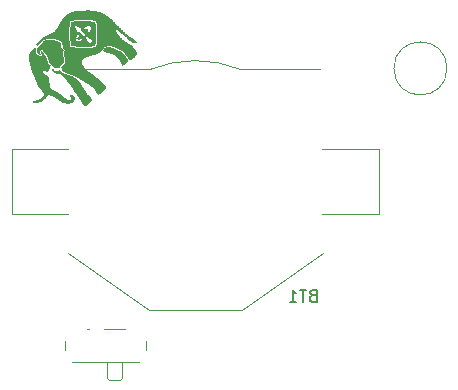
<source format=gbr>
%TF.GenerationSoftware,KiCad,Pcbnew,7.0.5-4d25ed1034~172~ubuntu22.04.1*%
%TF.CreationDate,2023-06-16T00:18:41+02:00*%
%TF.ProjectId,guitarra,67756974-6172-4726-912e-6b696361645f,rev?*%
%TF.SameCoordinates,Original*%
%TF.FileFunction,Legend,Bot*%
%TF.FilePolarity,Positive*%
%FSLAX46Y46*%
G04 Gerber Fmt 4.6, Leading zero omitted, Abs format (unit mm)*
G04 Created by KiCad (PCBNEW 7.0.5-4d25ed1034~172~ubuntu22.04.1) date 2023-06-16 00:18:41*
%MOMM*%
%LPD*%
G01*
G04 APERTURE LIST*
%ADD10C,0.150000*%
%ADD11C,0.120000*%
G04 APERTURE END LIST*
D10*
%TO.C,*%
%TO.C,BT1*%
X118775714Y-64971009D02*
X118632857Y-65018628D01*
X118632857Y-65018628D02*
X118585238Y-65066247D01*
X118585238Y-65066247D02*
X118537619Y-65161485D01*
X118537619Y-65161485D02*
X118537619Y-65304342D01*
X118537619Y-65304342D02*
X118585238Y-65399580D01*
X118585238Y-65399580D02*
X118632857Y-65447200D01*
X118632857Y-65447200D02*
X118728095Y-65494819D01*
X118728095Y-65494819D02*
X119109047Y-65494819D01*
X119109047Y-65494819D02*
X119109047Y-64494819D01*
X119109047Y-64494819D02*
X118775714Y-64494819D01*
X118775714Y-64494819D02*
X118680476Y-64542438D01*
X118680476Y-64542438D02*
X118632857Y-64590057D01*
X118632857Y-64590057D02*
X118585238Y-64685295D01*
X118585238Y-64685295D02*
X118585238Y-64780533D01*
X118585238Y-64780533D02*
X118632857Y-64875771D01*
X118632857Y-64875771D02*
X118680476Y-64923390D01*
X118680476Y-64923390D02*
X118775714Y-64971009D01*
X118775714Y-64971009D02*
X119109047Y-64971009D01*
X118251904Y-64494819D02*
X117680476Y-64494819D01*
X117966190Y-65494819D02*
X117966190Y-64494819D01*
X116823333Y-65494819D02*
X117394761Y-65494819D01*
X117109047Y-65494819D02*
X117109047Y-64494819D01*
X117109047Y-64494819D02*
X117204285Y-64637676D01*
X117204285Y-64637676D02*
X117299523Y-64732914D01*
X117299523Y-64732914D02*
X117394761Y-64780533D01*
%TO.C,*%
G36*
X101538046Y-43952996D02*
G01*
X101588873Y-43956269D01*
X101642767Y-43962073D01*
X101692483Y-43969750D01*
X101734579Y-43978779D01*
X101788279Y-43992595D01*
X101845708Y-44009222D01*
X101902905Y-44027397D01*
X101955911Y-44045855D01*
X102000765Y-44063332D01*
X102033507Y-44078566D01*
X102037172Y-44080492D01*
X102059602Y-44091438D01*
X102090274Y-44105621D01*
X102123668Y-44120477D01*
X102164273Y-44138498D01*
X102220261Y-44164269D01*
X102274431Y-44190140D01*
X102322328Y-44213972D01*
X102359493Y-44233626D01*
X102371082Y-44239908D01*
X102400598Y-44254889D01*
X102425622Y-44266372D01*
X102440918Y-44273294D01*
X102469531Y-44287595D01*
X102499004Y-44303500D01*
X102519808Y-44315040D01*
X102545601Y-44328857D01*
X102563594Y-44337920D01*
X102606039Y-44361561D01*
X102657176Y-44397470D01*
X102711160Y-44441771D01*
X102764710Y-44491761D01*
X102814541Y-44544734D01*
X102836740Y-44570445D01*
X102866034Y-44605900D01*
X102893744Y-44641761D01*
X102921843Y-44680793D01*
X102952297Y-44725756D01*
X102987077Y-44779417D01*
X103028151Y-44844538D01*
X103049302Y-44878057D01*
X103080561Y-44925960D01*
X103108367Y-44966059D01*
X103135548Y-45002512D01*
X103147589Y-45019705D01*
X103159048Y-45040961D01*
X103162409Y-45055014D01*
X103157052Y-45077768D01*
X103141074Y-45117249D01*
X103115140Y-45158407D01*
X103077249Y-45204761D01*
X103061262Y-45223106D01*
X103039040Y-45249902D01*
X103022468Y-45271503D01*
X103014285Y-45284446D01*
X103013964Y-45285189D01*
X103002234Y-45301722D01*
X102984301Y-45318441D01*
X102971569Y-45328457D01*
X102948047Y-45347558D01*
X102918596Y-45371850D01*
X102886787Y-45398408D01*
X102859594Y-45420700D01*
X102822340Y-45448446D01*
X102788729Y-45469111D01*
X102754111Y-45485751D01*
X102734484Y-45493568D01*
X102695289Y-45503874D01*
X102664829Y-45501778D01*
X102641107Y-45486273D01*
X102622120Y-45456350D01*
X102605869Y-45411002D01*
X102595376Y-45375064D01*
X102578843Y-45319567D01*
X102564925Y-45275767D01*
X102552402Y-45240987D01*
X102540053Y-45212553D01*
X102526657Y-45187788D01*
X102510993Y-45164015D01*
X102491841Y-45138560D01*
X102467981Y-45108747D01*
X102439115Y-45073076D01*
X102403444Y-45028966D01*
X102368973Y-44986315D01*
X102340281Y-44950785D01*
X102324992Y-44932238D01*
X102284836Y-44886265D01*
X102240722Y-44838837D01*
X102195501Y-44792812D01*
X102152021Y-44751047D01*
X102113138Y-44716398D01*
X102081700Y-44691721D01*
X102027160Y-44654350D01*
X101980060Y-44624094D01*
X101944215Y-44603692D01*
X101918955Y-44592737D01*
X101893530Y-44582311D01*
X101867919Y-44568161D01*
X101849650Y-44558924D01*
X101817816Y-44546098D01*
X101775317Y-44530671D01*
X101724773Y-44513450D01*
X101668801Y-44495239D01*
X101610020Y-44476842D01*
X101551050Y-44459063D01*
X101494510Y-44442706D01*
X101443017Y-44428575D01*
X101399192Y-44417476D01*
X101365653Y-44410211D01*
X101345019Y-44407586D01*
X101333532Y-44405807D01*
X101313837Y-44398055D01*
X101303019Y-44392572D01*
X101279323Y-44381912D01*
X101251465Y-44370344D01*
X101239512Y-44365574D01*
X101194292Y-44347147D01*
X101160690Y-44332375D01*
X101135606Y-44319535D01*
X101115939Y-44306906D01*
X101098588Y-44292766D01*
X101080451Y-44275394D01*
X101079471Y-44274411D01*
X101056004Y-44249034D01*
X101043481Y-44230310D01*
X101039777Y-44215093D01*
X101043280Y-44191877D01*
X101054886Y-44158595D01*
X101071607Y-44125966D01*
X101090305Y-44101072D01*
X101092778Y-44098698D01*
X101113836Y-44081602D01*
X101143157Y-44060730D01*
X101175486Y-44039548D01*
X101205566Y-44021526D01*
X101228141Y-44010130D01*
X101239653Y-44005051D01*
X101261070Y-43994189D01*
X101283797Y-43985293D01*
X101319128Y-43976221D01*
X101362911Y-43967735D01*
X101411137Y-43960520D01*
X101459797Y-43955260D01*
X101504881Y-43952636D01*
X101538046Y-43952996D01*
G37*
G36*
X96569799Y-43331084D02*
G01*
X96627417Y-43333443D01*
X96676439Y-43337366D01*
X96712976Y-43342859D01*
X96732752Y-43346868D01*
X96765988Y-43352653D01*
X96792547Y-43356190D01*
X96809903Y-43357846D01*
X96869949Y-43364126D01*
X96919548Y-43370651D01*
X96963478Y-43378352D01*
X97006512Y-43388157D01*
X97053424Y-43400997D01*
X97108992Y-43417800D01*
X97154129Y-43432484D01*
X97244794Y-43467067D01*
X97319248Y-43503432D01*
X97377452Y-43541555D01*
X97419371Y-43581413D01*
X97444963Y-43622982D01*
X97448603Y-43636296D01*
X97452853Y-43665287D01*
X97455825Y-43702350D01*
X97457030Y-43742650D01*
X97457359Y-43781129D01*
X97459215Y-43835703D01*
X97463791Y-43879161D01*
X97472350Y-43914856D01*
X97486157Y-43946145D01*
X97506473Y-43976381D01*
X97534562Y-44008918D01*
X97571689Y-44047109D01*
X97583183Y-44058756D01*
X97628142Y-44107986D01*
X97659816Y-44150034D01*
X97678896Y-44185926D01*
X97686075Y-44216688D01*
X97685577Y-44228138D01*
X97678205Y-44260192D01*
X97663691Y-44298042D01*
X97643831Y-44336600D01*
X97633638Y-44362296D01*
X97625927Y-44401115D01*
X97622249Y-44445893D01*
X97623017Y-44491309D01*
X97628646Y-44532042D01*
X97629637Y-44536318D01*
X97636777Y-44564036D01*
X97647692Y-44603579D01*
X97661468Y-44651779D01*
X97677187Y-44705466D01*
X97693936Y-44761471D01*
X97710801Y-44816627D01*
X97717301Y-44839308D01*
X97724054Y-44867631D01*
X97727189Y-44887482D01*
X97727429Y-44890662D01*
X97730953Y-44915105D01*
X97736726Y-44942235D01*
X97739379Y-44958353D01*
X97741874Y-44990769D01*
X97743174Y-45031312D01*
X97743286Y-45075249D01*
X97742212Y-45117847D01*
X97739956Y-45154372D01*
X97736523Y-45180090D01*
X97729087Y-45200097D01*
X97711261Y-45231529D01*
X97686472Y-45267434D01*
X97657583Y-45304204D01*
X97627456Y-45338237D01*
X97598954Y-45365926D01*
X97574935Y-45383663D01*
X97561350Y-45392584D01*
X97536527Y-45411451D01*
X97506545Y-45436054D01*
X97475218Y-45463342D01*
X97440528Y-45495458D01*
X97410974Y-45526212D01*
X97392232Y-45551730D01*
X97382959Y-45574419D01*
X97381818Y-45596686D01*
X97387466Y-45620939D01*
X97390794Y-45631352D01*
X97397570Y-45654974D01*
X97400933Y-45670459D01*
X97401195Y-45674586D01*
X97399277Y-45684158D01*
X97392261Y-45691699D01*
X97378526Y-45697453D01*
X97356448Y-45701663D01*
X97324407Y-45704577D01*
X97280782Y-45706437D01*
X97223953Y-45707489D01*
X97152297Y-45707976D01*
X96925820Y-45708793D01*
X96844370Y-45611676D01*
X96837035Y-45602943D01*
X96809105Y-45570057D01*
X96783722Y-45541067D01*
X96758788Y-45513830D01*
X96732203Y-45486203D01*
X96701871Y-45456045D01*
X96665694Y-45421214D01*
X96621569Y-45379567D01*
X96567403Y-45328963D01*
X96532135Y-45296002D01*
X96504538Y-45269623D01*
X96485108Y-45249767D01*
X96471838Y-45234039D01*
X96462717Y-45220043D01*
X96455735Y-45205382D01*
X96448883Y-45187662D01*
X96441987Y-45167229D01*
X96432430Y-45132124D01*
X96426787Y-45102306D01*
X96426499Y-45099993D01*
X96421878Y-45071720D01*
X96414666Y-45035562D01*
X96406294Y-44998749D01*
X96404239Y-44990103D01*
X96397748Y-44958931D01*
X96393970Y-44934202D01*
X96393670Y-44920644D01*
X96394417Y-44914251D01*
X96389951Y-44900925D01*
X96388045Y-44898382D01*
X96380603Y-44882721D01*
X96372698Y-44860141D01*
X96367415Y-44845178D01*
X96353992Y-44814335D01*
X96338389Y-44784112D01*
X96328363Y-44766484D01*
X96312179Y-44737902D01*
X96299680Y-44715676D01*
X96297171Y-44711240D01*
X96280804Y-44683619D01*
X96258467Y-44647289D01*
X96232717Y-44606366D01*
X96206106Y-44564969D01*
X96196026Y-44549712D01*
X96156969Y-44494176D01*
X96113981Y-44437711D01*
X96068924Y-44382405D01*
X96023660Y-44330352D01*
X95980051Y-44283639D01*
X95939959Y-44244357D01*
X95905247Y-44214598D01*
X95877777Y-44196450D01*
X95836326Y-44182727D01*
X95798085Y-44183833D01*
X95764711Y-44198787D01*
X95737400Y-44226374D01*
X95717350Y-44265382D01*
X95705757Y-44314595D01*
X95703820Y-44372801D01*
X95705166Y-44389428D01*
X95716397Y-44450029D01*
X95736035Y-44510712D01*
X95761631Y-44563400D01*
X95764695Y-44568768D01*
X95776315Y-44595056D01*
X95782256Y-44618386D01*
X95782859Y-44634141D01*
X95777209Y-44643886D01*
X95760183Y-44650285D01*
X95737803Y-44654614D01*
X95700655Y-44652009D01*
X95661872Y-44636591D01*
X95619806Y-44607604D01*
X95572813Y-44564292D01*
X95536753Y-44525405D01*
X95495514Y-44473624D01*
X95463795Y-44424389D01*
X95442976Y-44379911D01*
X95434432Y-44342398D01*
X95433956Y-44336908D01*
X95430095Y-44311878D01*
X95424092Y-44284088D01*
X95422480Y-44274790D01*
X95421977Y-44242621D01*
X95425943Y-44202173D01*
X95433554Y-44158593D01*
X95443982Y-44117028D01*
X95456404Y-44082627D01*
X95457061Y-44081171D01*
X95467454Y-44057758D01*
X95475576Y-44038895D01*
X95477654Y-44034051D01*
X95489122Y-44011702D01*
X95504527Y-43989044D01*
X95525664Y-43964098D01*
X95554323Y-43934883D01*
X95592298Y-43899419D01*
X95641379Y-43855727D01*
X95645092Y-43852448D01*
X95673304Y-43825860D01*
X95700462Y-43796715D01*
X95728403Y-43762666D01*
X95758961Y-43721361D01*
X95793974Y-43670453D01*
X95835277Y-43607591D01*
X95845535Y-43592923D01*
X95874900Y-43557371D01*
X95909908Y-43520871D01*
X95945681Y-43488331D01*
X95977342Y-43464660D01*
X96064207Y-43416873D01*
X96170894Y-43373519D01*
X96280945Y-43343870D01*
X96288874Y-43342404D01*
X96331139Y-43337088D01*
X96384254Y-43333288D01*
X96444327Y-43331015D01*
X96507472Y-43330277D01*
X96569799Y-43331084D01*
G37*
G36*
X96880601Y-45856874D02*
G01*
X96998765Y-45975038D01*
X97059231Y-45987796D01*
X97081414Y-45992012D01*
X97142317Y-45998001D01*
X97193352Y-45994041D01*
X97232848Y-45980203D01*
X97243464Y-45973668D01*
X97271258Y-45952400D01*
X97297086Y-45927668D01*
X97316962Y-45903543D01*
X97326899Y-45884103D01*
X97328581Y-45878093D01*
X97337210Y-45865951D01*
X97356060Y-45858249D01*
X97376792Y-45855649D01*
X97392551Y-45859199D01*
X97397681Y-45865497D01*
X97408542Y-45884951D01*
X97422118Y-45913582D01*
X97436614Y-45947778D01*
X97442142Y-45961411D01*
X97457381Y-45996485D01*
X97470351Y-46020824D01*
X97483253Y-46038154D01*
X97498292Y-46052207D01*
X97502135Y-46055300D01*
X97533777Y-46078623D01*
X97567551Y-46099109D01*
X97606910Y-46118477D01*
X97655308Y-46138448D01*
X97716199Y-46160741D01*
X97731855Y-46166281D01*
X97774974Y-46181852D01*
X97813763Y-46196283D01*
X97844483Y-46208171D01*
X97863390Y-46216107D01*
X97867936Y-46218106D01*
X97889809Y-46226826D01*
X97923433Y-46239550D01*
X97966045Y-46255255D01*
X98014877Y-46272916D01*
X98067166Y-46291511D01*
X98070160Y-46292567D01*
X98150114Y-46320774D01*
X98216215Y-46344134D01*
X98270082Y-46363234D01*
X98313327Y-46378659D01*
X98347566Y-46390996D01*
X98374413Y-46400829D01*
X98395483Y-46408747D01*
X98412391Y-46415333D01*
X98426752Y-46421174D01*
X98440180Y-46426856D01*
X98444057Y-46428525D01*
X98493851Y-46450927D01*
X98538185Y-46473217D01*
X98581634Y-46497991D01*
X98628775Y-46527848D01*
X98684182Y-46565387D01*
X98703346Y-46579530D01*
X98739763Y-46609381D01*
X98782243Y-46646862D01*
X98828735Y-46689922D01*
X98877189Y-46736512D01*
X98925555Y-46784582D01*
X98971780Y-46832082D01*
X99013816Y-46876960D01*
X99049612Y-46917170D01*
X99077117Y-46950659D01*
X99094280Y-46975378D01*
X99106152Y-46995423D01*
X99123993Y-47024674D01*
X99142788Y-47054827D01*
X99173145Y-47102985D01*
X99196410Y-47140090D01*
X99213737Y-47168030D01*
X99226578Y-47189173D01*
X99236391Y-47205885D01*
X99244627Y-47220534D01*
X99244706Y-47220677D01*
X99257927Y-47242877D01*
X99276621Y-47272138D01*
X99296768Y-47302166D01*
X99317309Y-47332236D01*
X99337577Y-47362401D01*
X99352861Y-47385663D01*
X99361800Y-47399686D01*
X99371426Y-47415090D01*
X99383257Y-47434366D01*
X99398853Y-47460075D01*
X99419775Y-47494778D01*
X99447586Y-47541036D01*
X99458070Y-47558142D01*
X99476000Y-47586716D01*
X99494737Y-47616025D01*
X99509285Y-47638758D01*
X99527743Y-47668159D01*
X99541777Y-47691127D01*
X99545117Y-47696720D01*
X99568130Y-47734412D01*
X99595250Y-47777822D01*
X99622309Y-47820329D01*
X99645139Y-47855311D01*
X99654618Y-47868002D01*
X99675180Y-47892792D01*
X99702900Y-47924524D01*
X99735368Y-47960452D01*
X99770171Y-47997826D01*
X99806949Y-48036394D01*
X99837293Y-48067229D01*
X99861161Y-48089913D01*
X99880878Y-48106539D01*
X99898776Y-48119203D01*
X99917181Y-48129995D01*
X99943111Y-48146256D01*
X99987389Y-48180747D01*
X100040549Y-48228651D01*
X100118688Y-48302742D01*
X100116390Y-48348037D01*
X100114677Y-48365396D01*
X100108591Y-48393968D01*
X100100219Y-48414139D01*
X100091071Y-48431047D01*
X100088280Y-48443145D01*
X100088340Y-48444562D01*
X100082553Y-48456900D01*
X100069327Y-48473388D01*
X100068354Y-48474424D01*
X100051271Y-48495295D01*
X100038774Y-48514851D01*
X100035330Y-48520022D01*
X100020017Y-48537802D01*
X99994421Y-48564699D01*
X99959827Y-48599463D01*
X99917517Y-48640847D01*
X99868777Y-48687600D01*
X99814891Y-48738472D01*
X99757143Y-48792215D01*
X99696817Y-48847577D01*
X99693953Y-48850185D01*
X99650150Y-48889461D01*
X99615605Y-48918574D01*
X99587984Y-48938821D01*
X99564954Y-48951503D01*
X99544182Y-48957919D01*
X99523336Y-48959368D01*
X99500082Y-48957150D01*
X99495210Y-48956422D01*
X99472488Y-48951619D01*
X99452790Y-48943629D01*
X99432600Y-48930198D01*
X99408404Y-48909074D01*
X99376687Y-48878001D01*
X99359862Y-48860405D01*
X99322268Y-48812951D01*
X99293503Y-48761070D01*
X99270018Y-48698796D01*
X99266350Y-48689892D01*
X99255991Y-48674296D01*
X99249462Y-48665610D01*
X99236899Y-48645112D01*
X99222283Y-48618884D01*
X99208450Y-48592057D01*
X99198235Y-48569762D01*
X99190038Y-48553567D01*
X99176947Y-48532888D01*
X99168592Y-48520428D01*
X99153191Y-48495764D01*
X99136885Y-48468257D01*
X99135058Y-48465113D01*
X99116614Y-48435062D01*
X99093637Y-48399623D01*
X99070660Y-48365811D01*
X99066757Y-48360232D01*
X99044155Y-48327788D01*
X99022639Y-48296707D01*
X99006396Y-48273038D01*
X99002660Y-48267580D01*
X98984657Y-48241718D01*
X98962132Y-48209805D01*
X98939074Y-48177505D01*
X98932706Y-48168622D01*
X98909420Y-48135826D01*
X98887829Y-48104998D01*
X98871912Y-48081813D01*
X98838292Y-48031758D01*
X98807854Y-47986245D01*
X98784401Y-47950906D01*
X98766728Y-47923920D01*
X98753628Y-47903469D01*
X98751350Y-47899899D01*
X98735217Y-47875717D01*
X98714074Y-47845171D01*
X98691880Y-47813995D01*
X98687117Y-47807365D01*
X98665594Y-47776405D01*
X98646626Y-47747660D01*
X98633855Y-47726614D01*
X98622256Y-47706579D01*
X98599090Y-47669098D01*
X98568625Y-47621752D01*
X98532159Y-47566581D01*
X98518687Y-47546034D01*
X98499307Y-47515830D01*
X98479907Y-47485060D01*
X98476378Y-47479409D01*
X98450257Y-47438141D01*
X98425663Y-47400578D01*
X98398832Y-47361069D01*
X98366006Y-47313965D01*
X98362123Y-47308426D01*
X98339569Y-47275917D01*
X98318213Y-47244652D01*
X98302218Y-47220715D01*
X98277935Y-47184578D01*
X98245670Y-47138386D01*
X98211341Y-47090679D01*
X98178624Y-47046559D01*
X98151195Y-47011132D01*
X98137360Y-46993752D01*
X98108337Y-46956856D01*
X98074071Y-46912923D01*
X98037486Y-46865728D01*
X98001507Y-46819049D01*
X97969057Y-46776660D01*
X97943059Y-46742337D01*
X97941976Y-46740921D01*
X97927034Y-46723238D01*
X97902221Y-46695665D01*
X97869048Y-46659809D01*
X97829026Y-46617276D01*
X97783666Y-46569675D01*
X97734479Y-46518613D01*
X97682976Y-46465697D01*
X97663221Y-46445515D01*
X97608588Y-46389848D01*
X97563773Y-46344504D01*
X97527563Y-46308334D01*
X97498745Y-46280190D01*
X97476104Y-46258922D01*
X97458426Y-46243380D01*
X97444497Y-46232417D01*
X97433105Y-46224881D01*
X97423035Y-46219628D01*
X97392341Y-46205730D01*
X97363912Y-46193647D01*
X97343117Y-46186310D01*
X97325970Y-46182355D01*
X97308481Y-46180415D01*
X97298499Y-46179687D01*
X97267350Y-46177423D01*
X97235270Y-46175098D01*
X97216745Y-46174512D01*
X97179331Y-46175864D01*
X97143387Y-46179661D01*
X97117615Y-46182085D01*
X97058853Y-46179141D01*
X96996914Y-46166405D01*
X96937711Y-46144877D01*
X96889607Y-46116617D01*
X96836157Y-46069596D01*
X96784273Y-46006695D01*
X96733702Y-45927646D01*
X96718886Y-45896496D01*
X96709804Y-45852019D01*
X96716767Y-45809712D01*
X96739814Y-45768520D01*
X96762437Y-45738710D01*
X96880601Y-45856874D01*
G37*
G36*
X99703310Y-41735021D02*
G01*
X99824707Y-41743581D01*
X99941251Y-41751799D01*
X100168347Y-41777576D01*
X100189358Y-41780560D01*
X100232957Y-41788048D01*
X100265542Y-41796627D01*
X100290993Y-41807841D01*
X100313189Y-41823234D01*
X100327089Y-41836098D01*
X100336008Y-41844352D01*
X100344362Y-41853039D01*
X100359558Y-41871600D01*
X100371770Y-41892201D01*
X100381686Y-41917236D01*
X100389993Y-41949101D01*
X100397378Y-41990190D01*
X100404528Y-42042901D01*
X100412132Y-42109627D01*
X100426989Y-42265045D01*
X100442230Y-42494033D01*
X100450057Y-42724550D01*
X100450416Y-42952569D01*
X100448259Y-43019334D01*
X100443258Y-43174064D01*
X100428531Y-43385007D01*
X100421160Y-43461573D01*
X100412705Y-43539339D01*
X100404106Y-43608832D01*
X100395599Y-43668421D01*
X100387418Y-43716477D01*
X100379796Y-43751372D01*
X100372968Y-43771478D01*
X100365476Y-43782858D01*
X100346947Y-43804587D01*
X100324502Y-43826400D01*
X100312949Y-43835811D01*
X100294965Y-43847377D01*
X100273449Y-43857079D01*
X100246255Y-43865435D01*
X100211238Y-43872966D01*
X100166253Y-43880189D01*
X100109154Y-43887624D01*
X100037799Y-43895791D01*
X99812834Y-43916208D01*
X99500108Y-43930541D01*
X99185831Y-43928829D01*
X98871146Y-43911085D01*
X98557193Y-43877322D01*
X98531756Y-43873881D01*
X98480252Y-43866049D01*
X98437630Y-43857091D01*
X98402848Y-43845481D01*
X98374867Y-43829694D01*
X98352645Y-43808205D01*
X98335139Y-43779488D01*
X98321308Y-43742018D01*
X98310114Y-43694271D01*
X98300512Y-43634720D01*
X98291461Y-43561840D01*
X98281922Y-43474106D01*
X98267076Y-43315617D01*
X98257623Y-43151263D01*
X98739080Y-43151263D01*
X98745896Y-43158600D01*
X98763366Y-43155112D01*
X98770140Y-43152768D01*
X98776857Y-43153453D01*
X98777658Y-43163318D01*
X98773697Y-43185799D01*
X98769220Y-43211591D01*
X98763763Y-43269012D01*
X98764798Y-43321220D01*
X98772362Y-43363278D01*
X98784505Y-43402862D01*
X98823359Y-43420241D01*
X98824420Y-43420711D01*
X98877425Y-43435189D01*
X98938547Y-43435902D01*
X99007109Y-43422976D01*
X99082434Y-43396537D01*
X99163846Y-43356711D01*
X99183526Y-43345635D01*
X99274983Y-43289111D01*
X99366502Y-43224994D01*
X99450779Y-43158335D01*
X99455418Y-43154267D01*
X99524772Y-43154267D01*
X99525067Y-43155271D01*
X99532831Y-43166572D01*
X99550109Y-43187970D01*
X99575505Y-43217894D01*
X99607633Y-43254771D01*
X99645099Y-43297029D01*
X99686514Y-43343100D01*
X99730485Y-43391408D01*
X99775623Y-43440383D01*
X99820535Y-43488453D01*
X99942800Y-43618324D01*
X99965649Y-43601541D01*
X99972814Y-43596104D01*
X99998168Y-43575253D01*
X100027242Y-43549691D01*
X100055921Y-43523193D01*
X100080080Y-43499531D01*
X100095604Y-43482481D01*
X100096166Y-43481768D01*
X100111219Y-43462864D01*
X100120694Y-43448703D01*
X100123652Y-43436489D01*
X100119156Y-43423424D01*
X100106264Y-43406710D01*
X100084043Y-43383550D01*
X100051550Y-43351146D01*
X100044690Y-43344324D01*
X100011416Y-43311924D01*
X99969953Y-43272354D01*
X99923521Y-43228648D01*
X99875340Y-43183843D01*
X99828632Y-43140976D01*
X99786028Y-43102344D01*
X99748901Y-43069202D01*
X99720830Y-43044983D01*
X99700273Y-43028451D01*
X99685690Y-43018374D01*
X99675541Y-43013521D01*
X99668287Y-43012658D01*
X99659628Y-43015633D01*
X99643216Y-43027151D01*
X99619863Y-43048601D01*
X99587887Y-43081426D01*
X99565802Y-43105179D01*
X99544535Y-43128961D01*
X99530093Y-43146208D01*
X99524772Y-43154267D01*
X99455418Y-43154267D01*
X99511004Y-43105527D01*
X99611633Y-43008583D01*
X99703675Y-42908530D01*
X99785381Y-42807454D01*
X99854996Y-42707441D01*
X99910767Y-42610578D01*
X99930440Y-42569949D01*
X99962119Y-42491436D01*
X99983034Y-42418506D01*
X99993152Y-42352269D01*
X99992435Y-42293838D01*
X99980846Y-42244323D01*
X99958351Y-42204836D01*
X99924914Y-42176488D01*
X99904247Y-42166896D01*
X99855259Y-42156333D01*
X99796764Y-42156640D01*
X99730358Y-42167501D01*
X99657641Y-42188604D01*
X99580210Y-42219630D01*
X99499664Y-42260267D01*
X99438642Y-42294183D01*
X99418706Y-42394509D01*
X99418158Y-42397283D01*
X99411337Y-42435997D01*
X99406992Y-42468822D01*
X99405487Y-42492370D01*
X99407178Y-42503245D01*
X99407207Y-42503273D01*
X99419284Y-42503934D01*
X99443937Y-42495275D01*
X99480382Y-42477573D01*
X99487113Y-42474079D01*
X99534150Y-42451887D01*
X99582247Y-42432517D01*
X99627556Y-42417284D01*
X99666231Y-42407502D01*
X99694421Y-42404484D01*
X99732216Y-42411223D01*
X99762935Y-42429849D01*
X99782418Y-42459428D01*
X99790349Y-42499127D01*
X99786414Y-42548114D01*
X99770298Y-42605553D01*
X99765889Y-42617201D01*
X99734258Y-42685230D01*
X99691445Y-42758730D01*
X99639682Y-42834779D01*
X99581197Y-42910462D01*
X99518222Y-42982858D01*
X99452987Y-43049053D01*
X99387722Y-43106125D01*
X99375178Y-43116067D01*
X99295333Y-43175755D01*
X99219362Y-43226416D01*
X99148208Y-43267695D01*
X99082812Y-43299241D01*
X99024114Y-43320698D01*
X98973057Y-43331713D01*
X98930581Y-43331935D01*
X98897629Y-43321008D01*
X98875140Y-43298580D01*
X98873799Y-43296186D01*
X98864992Y-43267438D01*
X98861824Y-43228820D01*
X98864374Y-43185382D01*
X98872722Y-43142170D01*
X98878598Y-43121572D01*
X98885911Y-43102704D01*
X98896184Y-43087283D01*
X98912668Y-43070678D01*
X98938611Y-43048257D01*
X98991009Y-43003917D01*
X98972109Y-42960524D01*
X98966463Y-42947854D01*
X98949943Y-42913741D01*
X98934431Y-42885560D01*
X98921710Y-42866394D01*
X98913561Y-42859320D01*
X98908425Y-42864299D01*
X98895950Y-42881055D01*
X98878031Y-42907193D01*
X98856304Y-42940189D01*
X98832404Y-42977515D01*
X98807967Y-43016647D01*
X98784629Y-43055060D01*
X98764026Y-43090225D01*
X98757426Y-43102066D01*
X98742921Y-43132590D01*
X98739080Y-43151263D01*
X98257623Y-43151263D01*
X98249972Y-43018233D01*
X98247235Y-42721554D01*
X98258872Y-42422689D01*
X98284888Y-42118739D01*
X98287605Y-42094228D01*
X98613851Y-42094228D01*
X98616878Y-42107095D01*
X98626298Y-42132135D01*
X98629713Y-42140554D01*
X98642376Y-42169348D01*
X98660093Y-42207525D01*
X98681846Y-42253068D01*
X98706617Y-42303963D01*
X98733392Y-42358192D01*
X98761152Y-42413738D01*
X98788879Y-42468584D01*
X98815557Y-42520715D01*
X98840169Y-42568115D01*
X98861698Y-42608765D01*
X98879127Y-42640650D01*
X98891437Y-42661753D01*
X98897613Y-42670058D01*
X98901999Y-42671030D01*
X98913160Y-42667243D01*
X98929821Y-42654421D01*
X98954543Y-42630803D01*
X98999244Y-42586102D01*
X99075371Y-42669922D01*
X99080989Y-42676094D01*
X99112304Y-42710192D01*
X99151218Y-42752192D01*
X99194667Y-42798811D01*
X99239594Y-42846762D01*
X99282936Y-42892757D01*
X99414374Y-43031775D01*
X99431892Y-43014257D01*
X99441550Y-43005024D01*
X99462726Y-42985828D01*
X99486434Y-42965170D01*
X99501637Y-42951167D01*
X99522819Y-42928194D01*
X99536559Y-42908896D01*
X99541193Y-42899640D01*
X99544247Y-42886553D01*
X99538432Y-42874261D01*
X99522100Y-42856829D01*
X99518858Y-42853640D01*
X99497794Y-42833479D01*
X99467338Y-42804887D01*
X99429786Y-42769973D01*
X99387439Y-42730847D01*
X99342596Y-42689618D01*
X99297552Y-42648396D01*
X99254610Y-42609290D01*
X99216065Y-42574410D01*
X99184217Y-42545866D01*
X99161365Y-42525765D01*
X99106724Y-42478623D01*
X99154054Y-42431292D01*
X99169038Y-42416001D01*
X99187468Y-42395169D01*
X99195940Y-42381338D01*
X99196128Y-42372161D01*
X99188201Y-42365775D01*
X99167196Y-42353204D01*
X99135180Y-42335611D01*
X99094157Y-42313986D01*
X99046133Y-42289315D01*
X98993111Y-42262585D01*
X98937096Y-42234784D01*
X98880092Y-42206900D01*
X98824104Y-42179917D01*
X98771136Y-42154826D01*
X98723193Y-42132613D01*
X98682278Y-42114265D01*
X98650397Y-42100769D01*
X98629554Y-42093112D01*
X98628004Y-42092648D01*
X98617473Y-42090443D01*
X98613851Y-42094228D01*
X98287605Y-42094228D01*
X98289651Y-42075764D01*
X98297116Y-42014999D01*
X98304367Y-41967110D01*
X98311993Y-41929880D01*
X98320584Y-41901089D01*
X98330728Y-41878518D01*
X98343015Y-41859948D01*
X98358032Y-41843161D01*
X98361457Y-41839787D01*
X98381000Y-41823191D01*
X98403191Y-41809657D01*
X98430325Y-41798536D01*
X98464703Y-41789180D01*
X98508618Y-41780939D01*
X98564370Y-41773169D01*
X98634254Y-41765218D01*
X98701989Y-41758374D01*
X98953867Y-41738918D01*
X99206675Y-41728557D01*
X99457471Y-41727266D01*
X99703310Y-41735021D01*
G37*
G36*
X95301928Y-44030059D02*
G01*
X95310987Y-44033495D01*
X95325351Y-44041664D01*
X95336423Y-44054892D01*
X95349118Y-44078196D01*
X95349391Y-44078741D01*
X95357226Y-44097973D01*
X95362916Y-44121500D01*
X95366852Y-44152359D01*
X95369425Y-44193584D01*
X95371028Y-44248214D01*
X95371594Y-44271009D01*
X95373488Y-44319896D01*
X95376087Y-44364988D01*
X95379123Y-44402066D01*
X95382328Y-44426913D01*
X95390992Y-44473785D01*
X95467724Y-44544849D01*
X95498701Y-44573103D01*
X95539112Y-44607870D01*
X95575480Y-44635821D01*
X95612062Y-44660153D01*
X95653119Y-44684065D01*
X95684777Y-44698752D01*
X95729370Y-44711106D01*
X95771719Y-44714163D01*
X95808160Y-44707768D01*
X95835026Y-44691766D01*
X95835062Y-44691730D01*
X95847027Y-44669365D01*
X95851962Y-44635902D01*
X95850039Y-44595026D01*
X95841430Y-44550422D01*
X95826308Y-44505773D01*
X95813108Y-44474284D01*
X95798477Y-44438279D01*
X95788559Y-44411546D01*
X95782215Y-44390641D01*
X95778307Y-44372117D01*
X95775699Y-44352530D01*
X95775001Y-44340753D01*
X95778266Y-44309581D01*
X95787544Y-44282016D01*
X95801030Y-44262336D01*
X95816919Y-44254816D01*
X95818443Y-44255004D01*
X95832604Y-44262802D01*
X95853801Y-44279953D01*
X95879170Y-44303562D01*
X95905849Y-44330733D01*
X95930972Y-44358569D01*
X95951677Y-44384175D01*
X95965099Y-44404656D01*
X95969524Y-44412935D01*
X95990633Y-44449498D01*
X96020882Y-44498686D01*
X96059924Y-44559929D01*
X96064635Y-44567072D01*
X96079236Y-44588131D01*
X96099996Y-44616911D01*
X96127892Y-44654737D01*
X96163894Y-44702936D01*
X96208977Y-44762830D01*
X96211953Y-44766915D01*
X96222526Y-44784644D01*
X96225783Y-44796148D01*
X96226672Y-44802838D01*
X96235466Y-44816236D01*
X96238084Y-44819379D01*
X96249001Y-44839264D01*
X96262319Y-44870994D01*
X96276974Y-44911354D01*
X96291900Y-44957130D01*
X96306036Y-45005107D01*
X96318318Y-45052073D01*
X96327679Y-45094812D01*
X96332130Y-45114314D01*
X96343914Y-45154962D01*
X96359692Y-45201527D01*
X96377642Y-45248418D01*
X96377922Y-45249100D01*
X96401313Y-45294224D01*
X96434299Y-45337249D01*
X96478931Y-45380460D01*
X96537261Y-45426140D01*
X96540954Y-45428909D01*
X96562964Y-45451956D01*
X96579870Y-45484836D01*
X96585112Y-45499165D01*
X96589547Y-45521399D01*
X96587341Y-45544686D01*
X96578380Y-45575975D01*
X96569258Y-45600954D01*
X96554320Y-45635546D01*
X96539901Y-45663164D01*
X96533784Y-45673673D01*
X96519675Y-45700978D01*
X96510175Y-45723590D01*
X96507725Y-45730572D01*
X96497438Y-45755778D01*
X96481551Y-45790433D01*
X96459287Y-45836191D01*
X96429871Y-45894707D01*
X96428126Y-45898143D01*
X96412261Y-45929370D01*
X96398072Y-45957300D01*
X96388446Y-45976249D01*
X96376385Y-45996219D01*
X96362198Y-46013979D01*
X96345499Y-46026863D01*
X96320154Y-46041227D01*
X96294371Y-46052275D01*
X96274923Y-46056694D01*
X96267455Y-46053875D01*
X96248034Y-46040346D01*
X96219582Y-46016580D01*
X96183408Y-45983623D01*
X96105636Y-45910551D01*
X96056902Y-45912535D01*
X96056073Y-45912569D01*
X96024795Y-45915613D01*
X96003567Y-45922891D01*
X95986250Y-45936481D01*
X95978714Y-45944754D01*
X95960050Y-45978853D01*
X95955967Y-46018813D01*
X95966482Y-46065187D01*
X95991612Y-46118528D01*
X95994482Y-46123208D01*
X96013892Y-46148231D01*
X96042373Y-46179043D01*
X96076532Y-46212437D01*
X96112981Y-46245206D01*
X96148331Y-46274141D01*
X96179194Y-46296035D01*
X96192197Y-46304268D01*
X96258839Y-46348186D01*
X96314913Y-46388210D01*
X96359363Y-46423513D01*
X96391135Y-46453266D01*
X96409175Y-46476640D01*
X96410502Y-46479070D01*
X96424009Y-46502802D01*
X96435822Y-46522155D01*
X96444258Y-46541114D01*
X96453739Y-46574636D01*
X96462877Y-46618273D01*
X96471071Y-46668722D01*
X96477719Y-46722682D01*
X96482220Y-46776847D01*
X96486401Y-46844769D01*
X96491434Y-46923019D01*
X96495905Y-46987617D01*
X96499953Y-47040161D01*
X96503709Y-47082248D01*
X96507307Y-47115470D01*
X96510883Y-47141425D01*
X96514570Y-47161710D01*
X96518990Y-47185883D01*
X96521358Y-47206984D01*
X96520455Y-47216896D01*
X96519815Y-47219914D01*
X96521167Y-47236030D01*
X96525551Y-47262376D01*
X96532386Y-47295116D01*
X96549057Y-47368596D01*
X96611344Y-47428451D01*
X96649463Y-47463177D01*
X96684850Y-47490376D01*
X96717008Y-47508905D01*
X96732672Y-47516452D01*
X96772175Y-47536051D01*
X96817738Y-47559207D01*
X96865196Y-47583755D01*
X96910385Y-47607531D01*
X96949141Y-47628373D01*
X96977299Y-47644118D01*
X96985669Y-47648999D01*
X97015183Y-47666572D01*
X97045104Y-47685109D01*
X97079831Y-47707371D01*
X97123762Y-47736121D01*
X97149775Y-47752844D01*
X97185061Y-47774657D01*
X97215475Y-47792591D01*
X97231147Y-47801728D01*
X97266225Y-47823359D01*
X97297747Y-47844092D01*
X97313169Y-47854643D01*
X97343438Y-47875009D01*
X97369227Y-47891976D01*
X97391425Y-47906911D01*
X97431665Y-47935737D01*
X97477820Y-47970294D01*
X97526008Y-48007612D01*
X97572347Y-48044718D01*
X97612961Y-48078642D01*
X97644869Y-48106059D01*
X97704491Y-48157152D01*
X97754181Y-48199402D01*
X97795638Y-48234127D01*
X97830562Y-48262644D01*
X97860650Y-48286268D01*
X97887602Y-48306317D01*
X97913116Y-48324109D01*
X97938893Y-48340959D01*
X97966629Y-48358185D01*
X97998026Y-48377103D01*
X98016508Y-48387498D01*
X98075044Y-48413310D01*
X98136136Y-48431057D01*
X98196018Y-48440082D01*
X98250925Y-48439728D01*
X98297096Y-48429338D01*
X98309917Y-48424252D01*
X98326065Y-48415532D01*
X98335706Y-48403359D01*
X98344773Y-48381815D01*
X98349593Y-48365229D01*
X98351415Y-48322287D01*
X98340563Y-48278528D01*
X98318047Y-48239328D01*
X98316592Y-48237522D01*
X98298312Y-48218697D01*
X98276114Y-48204734D01*
X98243870Y-48191698D01*
X98215013Y-48180303D01*
X98197751Y-48168391D01*
X98192156Y-48152841D01*
X98196993Y-48130065D01*
X98211022Y-48096475D01*
X98213858Y-48090376D01*
X98236689Y-48052137D01*
X98267267Y-48020165D01*
X98273220Y-48015130D01*
X98296249Y-47999113D01*
X98319530Y-47990333D01*
X98345894Y-47988933D01*
X98378171Y-47995055D01*
X98419192Y-48008839D01*
X98471786Y-48030429D01*
X98491848Y-48040199D01*
X98515469Y-48055580D01*
X98541700Y-48077546D01*
X98574497Y-48109127D01*
X98590910Y-48125591D01*
X98612636Y-48148277D01*
X98626620Y-48165648D01*
X98635369Y-48181746D01*
X98641395Y-48200614D01*
X98647204Y-48226294D01*
X98651628Y-48251048D01*
X98655824Y-48298306D01*
X98654952Y-48343314D01*
X98649221Y-48381542D01*
X98638838Y-48408460D01*
X98635861Y-48413392D01*
X98623389Y-48437828D01*
X98611852Y-48465025D01*
X98608964Y-48471995D01*
X98586604Y-48508751D01*
X98552713Y-48548127D01*
X98510390Y-48587203D01*
X98462728Y-48623061D01*
X98412822Y-48652779D01*
X98409979Y-48654233D01*
X98364405Y-48676091D01*
X98321210Y-48694306D01*
X98283401Y-48707798D01*
X98253980Y-48715488D01*
X98235952Y-48716298D01*
X98229605Y-48715463D01*
X98217131Y-48719145D01*
X98216835Y-48719421D01*
X98205457Y-48723969D01*
X98181364Y-48728232D01*
X98143313Y-48732382D01*
X98090057Y-48736590D01*
X98083140Y-48737044D01*
X98061972Y-48737819D01*
X98040803Y-48737196D01*
X98016411Y-48734793D01*
X97985571Y-48730229D01*
X97945062Y-48723122D01*
X97891660Y-48713091D01*
X97876423Y-48709905D01*
X97815375Y-48693082D01*
X97745551Y-48668687D01*
X97670557Y-48638250D01*
X97594000Y-48603301D01*
X97519483Y-48565369D01*
X97450615Y-48525984D01*
X97431550Y-48514348D01*
X97392673Y-48490702D01*
X97363041Y-48472843D01*
X97339265Y-48458736D01*
X97317959Y-48446348D01*
X97306848Y-48439676D01*
X97279986Y-48422423D01*
X97252826Y-48403880D01*
X97239311Y-48394470D01*
X97210589Y-48375246D01*
X97186314Y-48359884D01*
X97171740Y-48351056D01*
X97143274Y-48333629D01*
X97114206Y-48315668D01*
X97096143Y-48304734D01*
X97062369Y-48285314D01*
X97032617Y-48269298D01*
X97018939Y-48262235D01*
X96985033Y-48244210D01*
X96953094Y-48226682D01*
X96951006Y-48225512D01*
X96922106Y-48209511D01*
X96886563Y-48190076D01*
X96851586Y-48171150D01*
X96846217Y-48168259D01*
X96813426Y-48150386D01*
X96783308Y-48133657D01*
X96761789Y-48121357D01*
X96716854Y-48095484D01*
X96661746Y-48065737D01*
X96615387Y-48043167D01*
X96580105Y-48028957D01*
X96548050Y-48019707D01*
X96483446Y-48009389D01*
X96421971Y-48010192D01*
X96366196Y-48021715D01*
X96318694Y-48043559D01*
X96282036Y-48075326D01*
X96273538Y-48085940D01*
X96252073Y-48115241D01*
X96234560Y-48142212D01*
X96218092Y-48169626D01*
X96164723Y-48249962D01*
X96110069Y-48320107D01*
X96055744Y-48378103D01*
X96003365Y-48421995D01*
X95977186Y-48440975D01*
X95942002Y-48467140D01*
X95909543Y-48491877D01*
X95877202Y-48516748D01*
X95850089Y-48536476D01*
X95826689Y-48551223D01*
X95802224Y-48563680D01*
X95771916Y-48576543D01*
X95730987Y-48592501D01*
X95730763Y-48592586D01*
X95701061Y-48603160D01*
X95664656Y-48614873D01*
X95624742Y-48626852D01*
X95584518Y-48638219D01*
X95547180Y-48648098D01*
X95515927Y-48655613D01*
X95493954Y-48659889D01*
X95484459Y-48660048D01*
X95480199Y-48659087D01*
X95463435Y-48660219D01*
X95439324Y-48664351D01*
X95388351Y-48674487D01*
X95330969Y-48683620D01*
X95282680Y-48687735D01*
X95239746Y-48686916D01*
X95198431Y-48681249D01*
X95154997Y-48670818D01*
X95126239Y-48658755D01*
X95101833Y-48637972D01*
X95089471Y-48612946D01*
X95090432Y-48586527D01*
X95105992Y-48561563D01*
X95122499Y-48547475D01*
X95154995Y-48527160D01*
X95189473Y-48512129D01*
X95219253Y-48505681D01*
X95228047Y-48504551D01*
X95252584Y-48499225D01*
X95285358Y-48490612D01*
X95321739Y-48479880D01*
X95344821Y-48472763D01*
X95376349Y-48463282D01*
X95399932Y-48456487D01*
X95411699Y-48453515D01*
X95413603Y-48453188D01*
X95436543Y-48446412D01*
X95470195Y-48433440D01*
X95511262Y-48415820D01*
X95556449Y-48395102D01*
X95602456Y-48372834D01*
X95645988Y-48350565D01*
X95683749Y-48329846D01*
X95712440Y-48312222D01*
X95725168Y-48303572D01*
X95810343Y-48241666D01*
X95880225Y-48182811D01*
X95935411Y-48126222D01*
X95976500Y-48071113D01*
X96004088Y-48016699D01*
X96018775Y-47962197D01*
X96021156Y-47906821D01*
X96020725Y-47900548D01*
X96018083Y-47876325D01*
X96013223Y-47854082D01*
X96004977Y-47832104D01*
X95992183Y-47808679D01*
X95973674Y-47782095D01*
X95948286Y-47750637D01*
X95914852Y-47712593D01*
X95872209Y-47666252D01*
X95819192Y-47609899D01*
X95817911Y-47608544D01*
X95775416Y-47563208D01*
X95735685Y-47520070D01*
X95700445Y-47481063D01*
X95671424Y-47448122D01*
X95650347Y-47423176D01*
X95638942Y-47408161D01*
X95628363Y-47391338D01*
X95605707Y-47353811D01*
X95586842Y-47320558D01*
X95574466Y-47296266D01*
X95573051Y-47293238D01*
X95563009Y-47273728D01*
X95550235Y-47250702D01*
X95529481Y-47212549D01*
X95502097Y-47156752D01*
X95471514Y-47088914D01*
X95437181Y-47007809D01*
X95398549Y-46912211D01*
X95387426Y-46884330D01*
X95367857Y-46836056D01*
X95350416Y-46794007D01*
X95336066Y-46760456D01*
X95325772Y-46737680D01*
X95320496Y-46727953D01*
X95317640Y-46724495D01*
X95311684Y-46709298D01*
X95310091Y-46703414D01*
X95302633Y-46684424D01*
X95290506Y-46656758D01*
X95275298Y-46624125D01*
X95269802Y-46612453D01*
X95249053Y-46565879D01*
X95227965Y-46515429D01*
X95210350Y-46470143D01*
X95201506Y-46446575D01*
X95189637Y-46416461D01*
X95180339Y-46394673D01*
X95175093Y-46384796D01*
X95172522Y-46380615D01*
X95164543Y-46363362D01*
X95153377Y-46336518D01*
X95140597Y-46303772D01*
X95133089Y-46284440D01*
X95120450Y-46253952D01*
X95109981Y-46231197D01*
X95103399Y-46220043D01*
X95098247Y-46213282D01*
X95090144Y-46195508D01*
X95088131Y-46189501D01*
X95080262Y-46168956D01*
X95068468Y-46139817D01*
X95054444Y-46106317D01*
X95044892Y-46082797D01*
X95029631Y-46042529D01*
X95012320Y-45994618D01*
X94993924Y-45941952D01*
X94975405Y-45887417D01*
X94957727Y-45833897D01*
X94941854Y-45784280D01*
X94928749Y-45741452D01*
X94919376Y-45708299D01*
X94914697Y-45687706D01*
X94913646Y-45681690D01*
X94907831Y-45655762D01*
X94899062Y-45621837D01*
X94888792Y-45585654D01*
X94874659Y-45533958D01*
X94859544Y-45470642D01*
X94845588Y-45404659D01*
X94834078Y-45342119D01*
X94826300Y-45289135D01*
X94822220Y-45261575D01*
X94814382Y-45220388D01*
X94805460Y-45182017D01*
X94805220Y-45181095D01*
X94798350Y-45151220D01*
X94794355Y-45126676D01*
X94794090Y-45112697D01*
X94794982Y-45106182D01*
X94791342Y-45093715D01*
X94789729Y-45091136D01*
X94785218Y-45075390D01*
X94781849Y-45052232D01*
X94780323Y-45037265D01*
X94776388Y-45003525D01*
X94771963Y-44969644D01*
X94770921Y-44960942D01*
X94768452Y-44924141D01*
X94767253Y-44877164D01*
X94767247Y-44824446D01*
X94768357Y-44770420D01*
X94770505Y-44719522D01*
X94773614Y-44676185D01*
X94777608Y-44644844D01*
X94778604Y-44639735D01*
X94788084Y-44602373D01*
X94801654Y-44560509D01*
X94817673Y-44518227D01*
X94834500Y-44479615D01*
X94850493Y-44448758D01*
X94864010Y-44429742D01*
X94866409Y-44427272D01*
X94878737Y-44411543D01*
X94882704Y-44400645D01*
X94882626Y-44398973D01*
X94887719Y-44385510D01*
X94899369Y-44367186D01*
X94900872Y-44365150D01*
X94915508Y-44344494D01*
X94934821Y-44316321D01*
X94955047Y-44286110D01*
X94976583Y-44255262D01*
X95014727Y-44206563D01*
X95055992Y-44159650D01*
X95097463Y-44117591D01*
X95136227Y-44083457D01*
X95169372Y-44060317D01*
X95191806Y-44048304D01*
X95234695Y-44030680D01*
X95270573Y-44024788D01*
X95301928Y-44030059D01*
G37*
G36*
X99769036Y-40840702D02*
G01*
X99788463Y-40840991D01*
X99907596Y-40844412D01*
X100024169Y-40850496D01*
X100135414Y-40859001D01*
X100238567Y-40869686D01*
X100330864Y-40882309D01*
X100409539Y-40896629D01*
X100436003Y-40901755D01*
X100460856Y-40905518D01*
X100475363Y-40906416D01*
X100486005Y-40907113D01*
X100511972Y-40912083D01*
X100548953Y-40921002D01*
X100594322Y-40933136D01*
X100645456Y-40947753D01*
X100699730Y-40964118D01*
X100754520Y-40981498D01*
X100807202Y-40999161D01*
X100819590Y-41003528D01*
X100878939Y-41026194D01*
X100944206Y-41053474D01*
X101011817Y-41083687D01*
X101065244Y-41109008D01*
X101078203Y-41115150D01*
X101139790Y-41146183D01*
X101193009Y-41175103D01*
X101234286Y-41200229D01*
X101256438Y-41214761D01*
X101287280Y-41234516D01*
X101312380Y-41250092D01*
X101383571Y-41295258D01*
X101457738Y-41347464D01*
X101535336Y-41407461D01*
X101619784Y-41477781D01*
X101641961Y-41496824D01*
X101701165Y-41548012D01*
X101755568Y-41595716D01*
X101806784Y-41641475D01*
X101856427Y-41686830D01*
X101906112Y-41733320D01*
X101957454Y-41782485D01*
X102012065Y-41835866D01*
X102071561Y-41895003D01*
X102137557Y-41961435D01*
X102211666Y-42036702D01*
X102295505Y-42122345D01*
X102342147Y-42170079D01*
X102407302Y-42236735D01*
X102470814Y-42301682D01*
X102531274Y-42363482D01*
X102587277Y-42420698D01*
X102637415Y-42471894D01*
X102680282Y-42515630D01*
X102714468Y-42550471D01*
X102738570Y-42574979D01*
X102751854Y-42588366D01*
X102804389Y-42639871D01*
X102862145Y-42694580D01*
X102923237Y-42750855D01*
X102985784Y-42807060D01*
X103047902Y-42861554D01*
X103107705Y-42912703D01*
X103163313Y-42958867D01*
X103212841Y-42998409D01*
X103254407Y-43029692D01*
X103286126Y-43051079D01*
X103314428Y-43067546D01*
X103353860Y-43089007D01*
X103396985Y-43111299D01*
X103440782Y-43132964D01*
X103482232Y-43152548D01*
X103518316Y-43168595D01*
X103546014Y-43179647D01*
X103562305Y-43184249D01*
X103570840Y-43188450D01*
X103589647Y-43202788D01*
X103615788Y-43225424D01*
X103647318Y-43254411D01*
X103682293Y-43287809D01*
X103718768Y-43323675D01*
X103754799Y-43360064D01*
X103788440Y-43395037D01*
X103817747Y-43426648D01*
X103840776Y-43452956D01*
X103855582Y-43472017D01*
X103860222Y-43481889D01*
X103860376Y-43490406D01*
X103864900Y-43511602D01*
X103873254Y-43537822D01*
X103880420Y-43562426D01*
X103880982Y-43592325D01*
X103868553Y-43612588D01*
X103842955Y-43623708D01*
X103840789Y-43624081D01*
X103818479Y-43624649D01*
X103785555Y-43622395D01*
X103746749Y-43617938D01*
X103706794Y-43611895D01*
X103670421Y-43604883D01*
X103642365Y-43597522D01*
X103615404Y-43588299D01*
X103549329Y-43562045D01*
X103486352Y-43531038D01*
X103424755Y-43493984D01*
X103362814Y-43449589D01*
X103298811Y-43396561D01*
X103231023Y-43333607D01*
X103157732Y-43259432D01*
X103077217Y-43172745D01*
X103035700Y-43129849D01*
X102974567Y-43073184D01*
X102904698Y-43014029D01*
X102829338Y-42955110D01*
X102751731Y-42899158D01*
X102750344Y-42898201D01*
X102683809Y-42851752D01*
X102616998Y-42804137D01*
X102552708Y-42757409D01*
X102493736Y-42713621D01*
X102442876Y-42674825D01*
X102402927Y-42643075D01*
X102368817Y-42615656D01*
X102329849Y-42585328D01*
X102291446Y-42556282D01*
X102257653Y-42531574D01*
X102232515Y-42514266D01*
X102227269Y-42511360D01*
X102203784Y-42504028D01*
X102176441Y-42500869D01*
X102151715Y-42502267D01*
X102136082Y-42508600D01*
X102130835Y-42518080D01*
X102126038Y-42540331D01*
X102124585Y-42566820D01*
X102126711Y-42590820D01*
X102132656Y-42605604D01*
X102137916Y-42612377D01*
X102141367Y-42624661D01*
X102141177Y-42627322D01*
X102143426Y-42634809D01*
X102150142Y-42646686D01*
X102162511Y-42664625D01*
X102181716Y-42690299D01*
X102208944Y-42725380D01*
X102245377Y-42771543D01*
X102246715Y-42773230D01*
X102275966Y-42810264D01*
X102304678Y-42846832D01*
X102329615Y-42878798D01*
X102347538Y-42902031D01*
X102358039Y-42915671D01*
X102397914Y-42965935D01*
X102444780Y-43023227D01*
X102495420Y-43083731D01*
X102546614Y-43143628D01*
X102595143Y-43199101D01*
X102637792Y-43246331D01*
X102669595Y-43279596D01*
X102718046Y-43326764D01*
X102769012Y-43372962D01*
X102820208Y-43416340D01*
X102869353Y-43455050D01*
X102914161Y-43487243D01*
X102952351Y-43511071D01*
X102981639Y-43524685D01*
X102984206Y-43525665D01*
X103001352Y-43534780D01*
X103022144Y-43548318D01*
X103038034Y-43558215D01*
X103066134Y-43573817D01*
X103101271Y-43592154D01*
X103139306Y-43611012D01*
X103156170Y-43619165D01*
X103204054Y-43642614D01*
X103245093Y-43663356D01*
X103285506Y-43684576D01*
X103331509Y-43709459D01*
X103335546Y-43711697D01*
X103367908Y-43731301D01*
X103404679Y-43755746D01*
X103441208Y-43781738D01*
X103472849Y-43805985D01*
X103494951Y-43825196D01*
X103511682Y-43843646D01*
X103536196Y-43874026D01*
X103563462Y-43910201D01*
X103590305Y-43947821D01*
X103613551Y-43982543D01*
X103630021Y-44010019D01*
X103633631Y-44016250D01*
X103650360Y-44041132D01*
X103675715Y-44075608D01*
X103708092Y-44117616D01*
X103745883Y-44165096D01*
X103787483Y-44215990D01*
X103831286Y-44268235D01*
X103854756Y-44296697D01*
X103888204Y-44342303D01*
X103911038Y-44382466D01*
X103924820Y-44420155D01*
X103931106Y-44458340D01*
X103932111Y-44471998D01*
X103932753Y-44491032D01*
X103931320Y-44508272D01*
X103926762Y-44525224D01*
X103918029Y-44543391D01*
X103904072Y-44564277D01*
X103883843Y-44589388D01*
X103856291Y-44620226D01*
X103820369Y-44658297D01*
X103775027Y-44705104D01*
X103719215Y-44762153D01*
X103657585Y-44824598D01*
X103592722Y-44888706D01*
X103536707Y-44941563D01*
X103488416Y-44983749D01*
X103446727Y-45015840D01*
X103410514Y-45038419D01*
X103378657Y-45052064D01*
X103350029Y-45057355D01*
X103323508Y-45054871D01*
X103297972Y-45045193D01*
X103272295Y-45028899D01*
X103245354Y-45006568D01*
X103236831Y-44998772D01*
X103218939Y-44981056D01*
X103202620Y-44962098D01*
X103186021Y-44939237D01*
X103167293Y-44909811D01*
X103144584Y-44871161D01*
X103116043Y-44820624D01*
X103115716Y-44820041D01*
X103103511Y-44799603D01*
X103085936Y-44771641D01*
X103066682Y-44742029D01*
X103046456Y-44711418D01*
X103026492Y-44681076D01*
X103011285Y-44657836D01*
X103006475Y-44650649D01*
X102985183Y-44621064D01*
X102956939Y-44583944D01*
X102924528Y-44542751D01*
X102890739Y-44500947D01*
X102858357Y-44461994D01*
X102830170Y-44429355D01*
X102808964Y-44406491D01*
X102789078Y-44388044D01*
X102756335Y-44360740D01*
X102718212Y-44331192D01*
X102678279Y-44301994D01*
X102640105Y-44275741D01*
X102607261Y-44255028D01*
X102583315Y-44242452D01*
X102571285Y-44237009D01*
X102547846Y-44225745D01*
X102520538Y-44212169D01*
X102500837Y-44202478D01*
X102463155Y-44184864D01*
X102429054Y-44169881D01*
X102423014Y-44167305D01*
X102394766Y-44154658D01*
X102356317Y-44136881D01*
X102311148Y-44115637D01*
X102262740Y-44092590D01*
X102214575Y-44069404D01*
X102170135Y-44047744D01*
X102132900Y-44029271D01*
X102106353Y-44015651D01*
X102088746Y-44006782D01*
X102048144Y-43988157D01*
X101999314Y-43967334D01*
X101946957Y-43946239D01*
X101895776Y-43926795D01*
X101850471Y-43910926D01*
X101827973Y-43903763D01*
X101792037Y-43893862D01*
X101756680Y-43886727D01*
X101717648Y-43881730D01*
X101670680Y-43878243D01*
X101611522Y-43875637D01*
X101584060Y-43874608D01*
X101541956Y-43872857D01*
X101504831Y-43871121D01*
X101478417Y-43869657D01*
X101470790Y-43869332D01*
X101428670Y-43871272D01*
X101378063Y-43878032D01*
X101323953Y-43888533D01*
X101271327Y-43901703D01*
X101225170Y-43916464D01*
X101190468Y-43931744D01*
X101182318Y-43936261D01*
X101156136Y-43950645D01*
X101135091Y-43962039D01*
X101119395Y-43972761D01*
X101111103Y-43983197D01*
X101109348Y-43987060D01*
X101097726Y-44003955D01*
X101075341Y-44032604D01*
X101042110Y-44073108D01*
X100997952Y-44125565D01*
X100942787Y-44190076D01*
X100920507Y-44215319D01*
X100861453Y-44276947D01*
X100798907Y-44335656D01*
X100735450Y-44389336D01*
X100673667Y-44435871D01*
X100616137Y-44473145D01*
X100565444Y-44499047D01*
X100555607Y-44503485D01*
X100533045Y-44514333D01*
X100506666Y-44527512D01*
X100486117Y-44537264D01*
X100454092Y-44550761D01*
X100420503Y-44563514D01*
X100389505Y-44574045D01*
X100365247Y-44580878D01*
X100351884Y-44582537D01*
X100343034Y-44583414D01*
X100322380Y-44588267D01*
X100295637Y-44596084D01*
X100293314Y-44596819D01*
X100251520Y-44609712D01*
X100206366Y-44623151D01*
X100161035Y-44636244D01*
X100118707Y-44648097D01*
X100082566Y-44657820D01*
X100055793Y-44664520D01*
X100041571Y-44667305D01*
X100034564Y-44668351D01*
X100012500Y-44673689D01*
X99986179Y-44681708D01*
X99966849Y-44687870D01*
X99931130Y-44698372D01*
X99896018Y-44707872D01*
X99893068Y-44708642D01*
X99854720Y-44720588D01*
X99804415Y-44738936D01*
X99744603Y-44762685D01*
X99677738Y-44790835D01*
X99606268Y-44822382D01*
X99532645Y-44856326D01*
X99514707Y-44865167D01*
X99477127Y-44885145D01*
X99436465Y-44908094D01*
X99398677Y-44930614D01*
X99369714Y-44949310D01*
X99364010Y-44953259D01*
X99336814Y-44971967D01*
X99312372Y-44988625D01*
X99291695Y-45006929D01*
X99265506Y-45043539D01*
X99243924Y-45089399D01*
X99228793Y-45140356D01*
X99221956Y-45192263D01*
X99221552Y-45210512D01*
X99223206Y-45243971D01*
X99228898Y-45276539D01*
X99239593Y-45310566D01*
X99256254Y-45348399D01*
X99279845Y-45392384D01*
X99311330Y-45444873D01*
X99351673Y-45508210D01*
X99368915Y-45534902D01*
X99388617Y-45565604D01*
X99403950Y-45589707D01*
X99409867Y-45598574D01*
X99428100Y-45623631D01*
X99451641Y-45654161D01*
X99476890Y-45685437D01*
X99485881Y-45696357D01*
X99515801Y-45733355D01*
X99545723Y-45771161D01*
X99570335Y-45803089D01*
X99571280Y-45804337D01*
X99597233Y-45835767D01*
X99626075Y-45866611D01*
X99651733Y-45890361D01*
X99690009Y-45921629D01*
X99758281Y-45977105D01*
X99814632Y-46022442D01*
X99859481Y-46057975D01*
X99893249Y-46084035D01*
X99916355Y-46100957D01*
X99934303Y-46113625D01*
X99958165Y-46130834D01*
X99988837Y-46153275D01*
X100027906Y-46182109D01*
X100076953Y-46218503D01*
X100137563Y-46263620D01*
X100149061Y-46272143D01*
X100177181Y-46292814D01*
X100210836Y-46317408D01*
X100245031Y-46342271D01*
X100268397Y-46359213D01*
X100313865Y-46392223D01*
X100350372Y-46418800D01*
X100380966Y-46441173D01*
X100408695Y-46461569D01*
X100436611Y-46482217D01*
X100461417Y-46500362D01*
X100492548Y-46522626D01*
X100518066Y-46540351D01*
X100551120Y-46562900D01*
X100594813Y-46593703D01*
X100633768Y-46622861D01*
X100673602Y-46654633D01*
X100719936Y-46693272D01*
X100744743Y-46714489D01*
X100798273Y-46761433D01*
X100861333Y-46817957D01*
X100932518Y-46882780D01*
X101010428Y-46954621D01*
X101093659Y-47032199D01*
X101180809Y-47114232D01*
X101302218Y-47229057D01*
X101307008Y-47264645D01*
X101308235Y-47283596D01*
X101303170Y-47321070D01*
X101287778Y-47361983D01*
X101261272Y-47407834D01*
X101222860Y-47460114D01*
X101171751Y-47520319D01*
X101171210Y-47520925D01*
X101117276Y-47579844D01*
X101060104Y-47639661D01*
X101001464Y-47698727D01*
X100943120Y-47755389D01*
X100886841Y-47807993D01*
X100834395Y-47854888D01*
X100787550Y-47894421D01*
X100748071Y-47924939D01*
X100717727Y-47944791D01*
X100696853Y-47955354D01*
X100668928Y-47963530D01*
X100641376Y-47961428D01*
X100607373Y-47949330D01*
X100601548Y-47946591D01*
X100567502Y-47922807D01*
X100531091Y-47885863D01*
X100493963Y-47838057D01*
X100457761Y-47781688D01*
X100424132Y-47719054D01*
X100394723Y-47652452D01*
X100393636Y-47649707D01*
X100380927Y-47618766D01*
X100369274Y-47592234D01*
X100361073Y-47575595D01*
X100353344Y-47561219D01*
X100343664Y-47540657D01*
X100336147Y-47524352D01*
X100303363Y-47473189D01*
X100255501Y-47418604D01*
X100193177Y-47361182D01*
X100117010Y-47301513D01*
X100027619Y-47240182D01*
X100017006Y-47233329D01*
X99968094Y-47202022D01*
X99921171Y-47172400D01*
X99880150Y-47146922D01*
X99848948Y-47128041D01*
X99829330Y-47115996D01*
X99800532Y-47097598D01*
X99770920Y-47078113D01*
X99744586Y-47060720D01*
X99713882Y-47040906D01*
X99689564Y-47025695D01*
X99671523Y-47014561D01*
X99641307Y-46995493D01*
X99611184Y-46976119D01*
X99588264Y-46961468D01*
X99560280Y-46944193D01*
X99539155Y-46931823D01*
X99504662Y-46912722D01*
X99443795Y-46878684D01*
X99395187Y-46850971D01*
X99357282Y-46828700D01*
X99338855Y-46818027D01*
X99304359Y-46799381D01*
X99273769Y-46784257D01*
X99260409Y-46777868D01*
X99231931Y-46762807D01*
X99209814Y-46749336D01*
X99209699Y-46749257D01*
X99187117Y-46734627D01*
X99166569Y-46722786D01*
X99164661Y-46721801D01*
X99143119Y-46710703D01*
X99118745Y-46698161D01*
X99111587Y-46694337D01*
X99084246Y-46678260D01*
X99057280Y-46660752D01*
X99049655Y-46655576D01*
X99020812Y-46637072D01*
X98994502Y-46621490D01*
X98986361Y-46616916D01*
X98954586Y-46598198D01*
X98912050Y-46572078D01*
X98857307Y-46537669D01*
X98839670Y-46527859D01*
X98825850Y-46522596D01*
X98823410Y-46521947D01*
X98808202Y-46514501D01*
X98788362Y-46501921D01*
X98778945Y-46495677D01*
X98764010Y-46486763D01*
X98743624Y-46475578D01*
X98715914Y-46461149D01*
X98679003Y-46442504D01*
X98631018Y-46418670D01*
X98570084Y-46388675D01*
X98559902Y-46383807D01*
X98535992Y-46373300D01*
X98519102Y-46367111D01*
X98509609Y-46363777D01*
X98496601Y-46356157D01*
X98495629Y-46355353D01*
X98482542Y-46348022D01*
X98458926Y-46336704D01*
X98428783Y-46323133D01*
X98396117Y-46309041D01*
X98364928Y-46296163D01*
X98339219Y-46286229D01*
X98322993Y-46280976D01*
X98320587Y-46280361D01*
X98301546Y-46274218D01*
X98273531Y-46264073D01*
X98241688Y-46251772D01*
X98223881Y-46244805D01*
X98182700Y-46229218D01*
X98136776Y-46212332D01*
X98093139Y-46196753D01*
X98079885Y-46192110D01*
X98009151Y-46167232D01*
X97951559Y-46146753D01*
X97905028Y-46129901D01*
X97867473Y-46115900D01*
X97836814Y-46103979D01*
X97810967Y-46093360D01*
X97787852Y-46083273D01*
X97756042Y-46069405D01*
X97718825Y-46053960D01*
X97687920Y-46041902D01*
X97670944Y-46034676D01*
X97636225Y-46015932D01*
X97605704Y-45995116D01*
X97567229Y-45964463D01*
X97578385Y-45921721D01*
X97579696Y-45916359D01*
X97583407Y-45863850D01*
X97570877Y-45809852D01*
X97542054Y-45754146D01*
X97532467Y-45738802D01*
X97507670Y-45688025D01*
X97497125Y-45643104D01*
X97501046Y-45604822D01*
X97505500Y-45593058D01*
X97516025Y-45575202D01*
X97533333Y-45555784D01*
X97560686Y-45530751D01*
X97585958Y-45508390D01*
X97619405Y-45478324D01*
X97656228Y-45444880D01*
X97692048Y-45412016D01*
X97722458Y-45383731D01*
X97747080Y-45359820D01*
X97764218Y-45341105D01*
X97776379Y-45324528D01*
X97786072Y-45307029D01*
X97795811Y-45285551D01*
X97804461Y-45263604D01*
X97823345Y-45195597D01*
X97833894Y-45122561D01*
X97834879Y-45051848D01*
X97832857Y-45019670D01*
X97830921Y-44989025D01*
X97829585Y-44968011D01*
X97828385Y-44957989D01*
X97822757Y-44930865D01*
X97814508Y-44901661D01*
X97811472Y-44892019D01*
X97801630Y-44858283D01*
X97789525Y-44814363D01*
X97776114Y-44763978D01*
X97762352Y-44710846D01*
X97749195Y-44658685D01*
X97737598Y-44611214D01*
X97728518Y-44572151D01*
X97722907Y-44545213D01*
X97722777Y-44544476D01*
X97720697Y-44509496D01*
X97723745Y-44463764D01*
X97731270Y-44411810D01*
X97742620Y-44358159D01*
X97757143Y-44307339D01*
X97758258Y-44303789D01*
X97765330Y-44267147D01*
X97768142Y-44223790D01*
X97766539Y-44181211D01*
X97760374Y-44146900D01*
X97751386Y-44128548D01*
X97734537Y-44103365D01*
X97713668Y-44077281D01*
X97705479Y-44067811D01*
X97663839Y-44014799D01*
X97632424Y-43965795D01*
X97612937Y-43923400D01*
X97612483Y-43921978D01*
X97608088Y-43900049D01*
X97604018Y-43866434D01*
X97600708Y-43825446D01*
X97598594Y-43781405D01*
X97596349Y-43728637D01*
X97591835Y-43680786D01*
X97583716Y-43642208D01*
X97570407Y-43609088D01*
X97550322Y-43577614D01*
X97521880Y-43543972D01*
X97483496Y-43504350D01*
X97473429Y-43494330D01*
X97438749Y-43460917D01*
X97412034Y-43437486D01*
X97390973Y-43422122D01*
X97373259Y-43412909D01*
X97356762Y-43405833D01*
X97326416Y-43391759D01*
X97295646Y-43376553D01*
X97281321Y-43369774D01*
X97246793Y-43355575D01*
X97205903Y-43340605D01*
X97164736Y-43327159D01*
X97144968Y-43321150D01*
X97098104Y-43306837D01*
X97051697Y-43292590D01*
X97013392Y-43280752D01*
X97002979Y-43277588D01*
X96971850Y-43268986D01*
X96947114Y-43263389D01*
X96933384Y-43261884D01*
X96931005Y-43262044D01*
X96912586Y-43259805D01*
X96889187Y-43253735D01*
X96883680Y-43251997D01*
X96824817Y-43237550D01*
X96754617Y-43226244D01*
X96677484Y-43218422D01*
X96597825Y-43214427D01*
X96520044Y-43214606D01*
X96448545Y-43219300D01*
X96443249Y-43219863D01*
X96398652Y-43224963D01*
X96360479Y-43230424D01*
X96325652Y-43237117D01*
X96291091Y-43245910D01*
X96253715Y-43257673D01*
X96210445Y-43273278D01*
X96158200Y-43293594D01*
X96093903Y-43319491D01*
X96069608Y-43329322D01*
X96045289Y-43339302D01*
X96026058Y-43347837D01*
X96008785Y-43356693D01*
X95990341Y-43367631D01*
X95967598Y-43382410D01*
X95937427Y-43402796D01*
X95896699Y-43430548D01*
X95889773Y-43435294D01*
X95845095Y-43468173D01*
X95808009Y-43500688D01*
X95771989Y-43538486D01*
X95756088Y-43556165D01*
X95726553Y-43588529D01*
X95691105Y-43626999D01*
X95652872Y-43668181D01*
X95614985Y-43708683D01*
X95510017Y-43820408D01*
X95470458Y-43822978D01*
X95442712Y-43821807D01*
X95414575Y-43809793D01*
X95396950Y-43785304D01*
X95389286Y-43747833D01*
X95388887Y-43735882D01*
X95390362Y-43713786D01*
X95394415Y-43701586D01*
X95396851Y-43698156D01*
X95397203Y-43684257D01*
X95397201Y-43684252D01*
X95398502Y-43679448D01*
X95405410Y-43669532D01*
X95418684Y-43653698D01*
X95439083Y-43631137D01*
X95467369Y-43601039D01*
X95504300Y-43562598D01*
X95550637Y-43515002D01*
X95607141Y-43457445D01*
X95674569Y-43389117D01*
X95697162Y-43366273D01*
X95759154Y-43303703D01*
X95810973Y-43251637D01*
X95853616Y-43209121D01*
X95888084Y-43175205D01*
X95915376Y-43148937D01*
X95936489Y-43129365D01*
X95952423Y-43115538D01*
X95964178Y-43106504D01*
X95972752Y-43101314D01*
X95979145Y-43099012D01*
X95981815Y-43098311D01*
X96000396Y-43091300D01*
X96029301Y-43078657D01*
X96065114Y-43061918D01*
X96104418Y-43042620D01*
X96113086Y-43038274D01*
X96152969Y-43018554D01*
X96189321Y-43000993D01*
X96218433Y-42987365D01*
X96236600Y-42979441D01*
X96243220Y-42976761D01*
X96271750Y-42964073D01*
X96300305Y-42950086D01*
X96316806Y-42941652D01*
X96346078Y-42926889D01*
X96384190Y-42907784D01*
X96428072Y-42885876D01*
X96474652Y-42862704D01*
X96533763Y-42833169D01*
X96598736Y-42799991D01*
X96653848Y-42770712D01*
X96701958Y-42743651D01*
X96745927Y-42717130D01*
X96788615Y-42689473D01*
X96802258Y-42680082D01*
X98160896Y-42680082D01*
X98161114Y-42951722D01*
X98171411Y-43220511D01*
X98191808Y-43481609D01*
X98193488Y-43498371D01*
X98203445Y-43592073D01*
X98212954Y-43670822D01*
X98222267Y-43735890D01*
X98231637Y-43788552D01*
X98241315Y-43830078D01*
X98251553Y-43861745D01*
X98262603Y-43884824D01*
X98274719Y-43900588D01*
X98280595Y-43905853D01*
X98300672Y-43918588D01*
X98328634Y-43929690D01*
X98366618Y-43939764D01*
X98416760Y-43949419D01*
X98481197Y-43959261D01*
X98508265Y-43962960D01*
X98629316Y-43977538D01*
X98761036Y-43990623D01*
X98898793Y-44001866D01*
X99037960Y-44010919D01*
X99173903Y-44017433D01*
X99301992Y-44021058D01*
X99317934Y-44021278D01*
X99392305Y-44021257D01*
X99474042Y-44019759D01*
X99561312Y-44016926D01*
X99652284Y-44012901D01*
X99745127Y-44007826D01*
X99838008Y-44001844D01*
X99929097Y-43995097D01*
X100016560Y-43987729D01*
X100098566Y-43979882D01*
X100173285Y-43971698D01*
X100238884Y-43963321D01*
X100293533Y-43954893D01*
X100335397Y-43946557D01*
X100362647Y-43938454D01*
X100395741Y-43918826D01*
X100428934Y-43887345D01*
X100454211Y-43850439D01*
X100459457Y-43837227D01*
X100468079Y-43803681D01*
X100476811Y-43756466D01*
X100485518Y-43697296D01*
X100494067Y-43627883D01*
X100502321Y-43549940D01*
X100510147Y-43465179D01*
X100517409Y-43375316D01*
X100523971Y-43282063D01*
X100529700Y-43187131D01*
X100534459Y-43092235D01*
X100538115Y-42999089D01*
X100540532Y-42909404D01*
X100541576Y-42824894D01*
X100541110Y-42747273D01*
X100540974Y-42739672D01*
X100538840Y-42659765D01*
X100535442Y-42574746D01*
X100530937Y-42486410D01*
X100525481Y-42396554D01*
X100519232Y-42306972D01*
X100512347Y-42219464D01*
X100504984Y-42135821D01*
X100497300Y-42057842D01*
X100489451Y-41987322D01*
X100481597Y-41926057D01*
X100473891Y-41875843D01*
X100466494Y-41838477D01*
X100459562Y-41815754D01*
X100452228Y-41803773D01*
X100435418Y-41782518D01*
X100414435Y-41759817D01*
X100399421Y-41745977D01*
X100380767Y-41732565D01*
X100358782Y-41721508D01*
X100331286Y-41712216D01*
X100296099Y-41704100D01*
X100251044Y-41696570D01*
X100193938Y-41689038D01*
X100122604Y-41680914D01*
X100047839Y-41673191D01*
X99811668Y-41654035D01*
X99573617Y-41642376D01*
X99336454Y-41638191D01*
X99102946Y-41641454D01*
X98875856Y-41652141D01*
X98657951Y-41670228D01*
X98451998Y-41695691D01*
X98422013Y-41700326D01*
X98375297Y-41709363D01*
X98339778Y-41719838D01*
X98312013Y-41733207D01*
X98288564Y-41750927D01*
X98265988Y-41774453D01*
X98262624Y-41778431D01*
X98251476Y-41793608D01*
X98242135Y-41810924D01*
X98234138Y-41832413D01*
X98227027Y-41860114D01*
X98220338Y-41896061D01*
X98213611Y-41942289D01*
X98206385Y-42000836D01*
X98198198Y-42073735D01*
X98190605Y-42147601D01*
X98170734Y-42410429D01*
X98160896Y-42680082D01*
X96802258Y-42680082D01*
X96832883Y-42659002D01*
X96881590Y-42624041D01*
X96919273Y-42594547D01*
X96992001Y-42526374D01*
X97064480Y-42444019D01*
X97135498Y-42348922D01*
X97203837Y-42242524D01*
X97233528Y-42192965D01*
X97258550Y-42151570D01*
X97277646Y-42120412D01*
X97289613Y-42101467D01*
X97297804Y-42087801D01*
X97307954Y-42067461D01*
X97312371Y-42058016D01*
X97323613Y-42035696D01*
X97339252Y-42005577D01*
X97357341Y-41971443D01*
X97369641Y-41948331D01*
X97389885Y-41909830D01*
X97407966Y-41874917D01*
X97421053Y-41849035D01*
X97429254Y-41832828D01*
X97446455Y-41800571D01*
X97461873Y-41773530D01*
X97465552Y-41767423D01*
X97483052Y-41738312D01*
X97498974Y-41711755D01*
X97506111Y-41700017D01*
X97526898Y-41666862D01*
X97552261Y-41627352D01*
X97578996Y-41586453D01*
X97603897Y-41549132D01*
X97624352Y-41520760D01*
X97662123Y-41473820D01*
X97706988Y-41422678D01*
X97756491Y-41369792D01*
X97808176Y-41317616D01*
X97859590Y-41268607D01*
X97908278Y-41225221D01*
X97951783Y-41189916D01*
X97987653Y-41165146D01*
X98006552Y-41153674D01*
X98035518Y-41135811D01*
X98065414Y-41117151D01*
X98091723Y-41101425D01*
X98116654Y-41088024D01*
X98133398Y-41080716D01*
X98151978Y-41073429D01*
X98174775Y-41061731D01*
X98185528Y-41055754D01*
X98213299Y-41042190D01*
X98247822Y-41026891D01*
X98285987Y-41011061D01*
X98324680Y-40995902D01*
X98360790Y-40982617D01*
X98391203Y-40972405D01*
X98412810Y-40966473D01*
X98422495Y-40966020D01*
X98425859Y-40966690D01*
X98441107Y-40963779D01*
X98463322Y-40956365D01*
X98468641Y-40954484D01*
X98494326Y-40947135D01*
X98530828Y-40938211D01*
X98574073Y-40928670D01*
X98619992Y-40919471D01*
X98637768Y-40916098D01*
X98680598Y-40907968D01*
X98717710Y-40900918D01*
X98745623Y-40895612D01*
X98760856Y-40892709D01*
X98770646Y-40891232D01*
X98796443Y-40888644D01*
X98825973Y-40886751D01*
X98841289Y-40885906D01*
X98874242Y-40883321D01*
X98900956Y-40880306D01*
X98931608Y-40876698D01*
X98978298Y-40872575D01*
X99036944Y-40868301D01*
X99105220Y-40863985D01*
X99180797Y-40859731D01*
X99261348Y-40855646D01*
X99344548Y-40851836D01*
X99428068Y-40848408D01*
X99509582Y-40845468D01*
X99586763Y-40843120D01*
X99657284Y-40841473D01*
X99718817Y-40840632D01*
X99769036Y-40840702D01*
G37*
D11*
%TO.C,SW1*%
X104700000Y-68830000D02*
X104700000Y-69620000D01*
X104100000Y-70630000D02*
X98400000Y-70630000D01*
X102850000Y-67780000D02*
X101150000Y-67780000D01*
X102650000Y-71920000D02*
X102450000Y-72130000D01*
X102650000Y-70630000D02*
X102650000Y-71920000D01*
X102450000Y-72130000D02*
X101550000Y-72130000D01*
X101350000Y-71920000D02*
X101550000Y-72130000D01*
X101350000Y-71920000D02*
X101350000Y-70630000D01*
X99850000Y-67780000D02*
X99650000Y-67780000D01*
X97800000Y-69620000D02*
X97800000Y-68830000D01*
%TO.C,REF\u002A\u002A*%
X130150000Y-45750000D02*
G75*
G03*
X130150000Y-45750000I-2250000J0D01*
G01*
%TO.C,BT1*%
X112686385Y-45838537D02*
G75*
G03*
X104990000Y-45840001I-3846385J-9501463D01*
G01*
X93290000Y-52590000D02*
X98090000Y-52590000D01*
X93290000Y-58090000D02*
X93290000Y-52590000D01*
X98090000Y-58090000D02*
X93290000Y-58090000D01*
X98290000Y-45840000D02*
X104990000Y-45840000D01*
X104890000Y-66190000D02*
X98090000Y-61390000D01*
X112790000Y-66190000D02*
X104890000Y-66190000D01*
X119390000Y-45840000D02*
X112690000Y-45840000D01*
X119590000Y-52590000D02*
X124390000Y-52590000D01*
X119640000Y-61390000D02*
X112790000Y-66190000D01*
X124390000Y-52590000D02*
X124390000Y-58090000D01*
X124390000Y-58090000D02*
X119590000Y-58090000D01*
%TD*%
M02*

</source>
